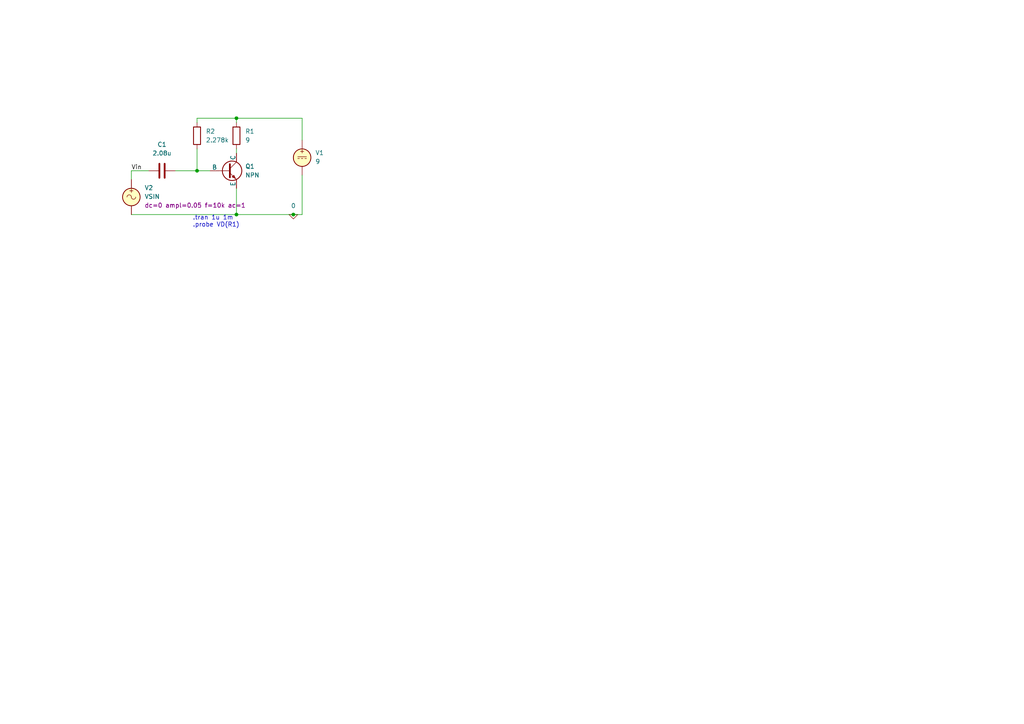
<source format=kicad_sch>
(kicad_sch (version 20231120) (generator "eeschema") (generator_version "8.0")
  (paper "A4")
  (lib_symbols
    (symbol "Device:C" (pin_numbers hide) (pin_names (offset 0.254))
      (property "Reference" "C" (at 0.635 2.54 0))
      (property "Value" "C" (at 0.635 -2.54 0))
      (symbol "C_0_1"
        (polyline (pts (xy -2.032 -0.762) (xy 2.032 -0.762)) (stroke (width 0.508)))
        (polyline (pts (xy -2.032 0.762) (xy 2.032 0.762)) (stroke (width 0.508)))
      )
      (symbol "C_1_1"
        (pin passive line (at 0 3.81 270) (length 2.794) (name "~") (number "1"))
        (pin passive line (at 0 -3.81 90) (length 2.794) (name "~") (number "2"))
      )
    )
    (symbol "Device:R" (pin_numbers hide) (pin_names (offset 0))
      (property "Reference" "R" (at 2.032 0 90))
      (property "Value" "R" (at 0 0 90))
      (symbol "R_0_1"
        (rectangle (start -1.016 -2.54) (end 1.016 2.54) (stroke (width 0.254)))
      )
      (symbol "R_1_1"
        (pin passive line (at 0 3.81 270) (length 1.27) (name "~") (number "1"))
        (pin passive line (at 0 -3.81 90) (length 1.27) (name "~") (number "2"))
      )
    )
    (symbol "Simulation_SPICE:0" (power) (pin_names (offset 0))
      (property "Value" "0" (at 0 -1.778 0))
      (symbol "0_0_1"
        (polyline (pts (xy -1.27 0) (xy 0 -1.27) (xy 1.27 0) (xy -1.27 0)))
      )
      (symbol "0_1_1"
        (pin power_in line (at 0 0 0) (length 0) hide (name "0") (number "1"))
      )
    )
    (symbol "Simulation_SPICE:NPN" (pin_numbers hide) (pin_names (offset 0))
      (property "Reference" "Q" (at -2.54 7.62 0))
      (property "Value" "NPN" (at -2.54 5.08 0))
      (symbol "NPN_0_1"
        (polyline (pts (xy -2.54 0) (xy 0.635 0)) (stroke (width 0.1524)))
        (polyline (pts (xy 0.635 0.635) (xy 2.54 2.54)))
        (polyline (pts (xy 2.794 -1.27) (xy 2.794 -1.27)) (stroke (width 0.1524)))
        (polyline (pts (xy 2.794 -1.27) (xy 2.794 -1.27)) (stroke (width 0.1524)))
        (polyline (pts (xy 0.635 -0.635) (xy 2.54 -2.54) (xy 2.54 -2.54)))
        (polyline (pts (xy 0.635 1.905) (xy 0.635 -1.905) (xy 0.635 -1.905)) (stroke (width 0.508)))
        (polyline (pts (xy 1.27 -1.778) (xy 1.778 -1.27) (xy 2.286 -2.286) (xy 1.27 -1.778) (xy 1.27 -1.778)) (fill (type outline)))
        (circle (center 1.27 0) (radius 2.8194) (stroke (width 0.254)))
      )
      (symbol "NPN_1_1"
        (pin open_collector line (at 2.54 5.08 270) (length 2.54) (name "C") (number "1"))
        (pin input line (at -5.08 0 0) (length 2.54) (name "B") (number "2"))
        (pin open_emitter line (at 2.54 -5.08 90) (length 2.54) (name "E") (number "3"))
      )
    )
    (symbol "Simulation_SPICE:VDC" (pin_numbers hide) (pin_names (offset 0.0254))
      (property "Reference" "V" (at 2.54 2.54 0))
      (property "Value" "1" (at 2.54 0 0))
      (symbol "VDC_0_0"
        (polyline (pts (xy -1.27 0.254) (xy 1.27 0.254)))
        (polyline (pts (xy -0.762 -0.254) (xy -1.27 -0.254)))
        (polyline (pts (xy 0.254 -0.254) (xy -0.254 -0.254)))
        (polyline (pts (xy 1.27 -0.254) (xy 0.762 -0.254)))
        (text "+" (at 0 1.905 0) (effects (font (size 1.27 1.27))))
      )
      (symbol "VDC_0_1"
        (circle (center 0 0) (radius 2.54) (stroke (width 0.254)) (fill (type background)))
      )
      (symbol "VDC_1_1"
        (pin passive line (at 0 5.08 270) (length 2.54) (name "~") (number "1"))
        (pin passive line (at 0 -5.08 90) (length 2.54) (name "~") (number "2"))
      )
    )
    (symbol "Simulation_SPICE:VSIN" (pin_numbers hide) (pin_names (offset 0.0254))
      (property "Reference" "V" (at 2.54 2.54 0))
      (property "Value" "VSIN" (at 2.54 0 0))
      (property "Sim.Params" "dc=0 ampl=1 f=1k ac=1" (at 2.54 -2.54 0))
      (symbol "VSIN_0_0"
        (arc (start 0 0) (mid -0.635 0.6323) (end -1.27 0))
        (arc (start 0 0) (mid 0.635 -0.6323) (end 1.27 0))
        (text "+" (at 0 1.905 0) (effects (font (size 1.27 1.27))))
      )
      (symbol "VSIN_0_1"
        (circle (center 0 0) (radius 2.54) (stroke (width 0.254)) (fill (type background)))
      )
      (symbol "VSIN_1_1"
        (pin passive line (at 0 5.08 270) (length 2.54) (name "~") (number "1"))
        (pin passive line (at 0 -5.08 90) (length 2.54) (name "~") (number "2"))
      )
    )
  )
  (junction (at 68.58 34.29))
  (junction (at 68.58 62.23))
  (junction (at 85.09 62.23))
  (junction (at 57.15 49.53))
  (wire (pts (xy 57.15 35.56) (xy 57.15 34.29)))
  (wire (pts (xy 68.58 43.18) (xy 68.58 44.45)))
  (wire (pts (xy 87.63 62.23) (xy 87.63 50.8)))
  (wire (pts (xy 57.15 34.29) (xy 68.58 34.29)))
  (wire (pts (xy 38.1 62.23) (xy 68.58 62.23)))
  (wire (pts (xy 68.58 62.23) (xy 68.58 54.61)))
  (wire (pts (xy 38.1 49.53) (xy 43.18 49.53)))
  (wire (pts (xy 68.58 34.29) (xy 87.63 34.29)))
  (wire (pts (xy 68.58 35.56) (xy 68.58 34.29)))
  (wire (pts (xy 57.15 43.18) (xy 57.15 49.53)))
  (wire (pts (xy 50.8 49.53) (xy 57.15 49.53)))
  (wire (pts (xy 87.63 34.29) (xy 87.63 40.64)))
  (wire (pts (xy 68.58 62.23) (xy 85.09 62.23)))
  (wire (pts (xy 38.1 52.07) (xy 38.1 49.53)))
  (wire (pts (xy 57.15 49.53) (xy 60.96 49.53)))
  (wire (pts (xy 85.09 62.23) (xy 87.63 62.23)))
  (text ".tran 1u 1m\n.probe VD(R1)" (at 55.88 66.04 0) (effects (font (size 1.27 1.27)) (justify left bottom)))
  (label "Vin" (at 38.1 49.53 0))
  (symbol (lib_id "Simulation_SPICE:VSIN") (at 38.1 57.15 0) (unit 1)
    (property "Reference" "V2" (at 41.91 54.4802 0) (effects (justify left)))
    (property "Value" "VSIN" (at 41.91 57.0202 0) (effects (justify left)))
    (property "Sim.Pins" "1=+ 2=-" (effects (hide yes)))
    (property "Sim.Params" "dc=0 ampl=0.05 f=10k ac=1" (at 41.91 59.5602 0) (effects (justify left)))
    (property "Sim.Type" "SIN" (effects (hide yes)))
    (property "Sim.Device" "V" (effects (hide yes)))
  )
  (symbol (lib_id "Simulation_SPICE:0") (at 85.09 62.23 0) (unit 1)
    (property "Reference" "#GND01" (effects (hide yes)))
    (property "Value" "0" (at 85.09 59.69 0))
  )
  (symbol (lib_id "Simulation_SPICE:NPN") (at 66.04 49.53 0) (unit 1)
    (property "Reference" "Q1" (at 71.12 48.26 0) (effects (justify left)))
    (property "Value" "NPN" (at 71.12 50.8 0) (effects (justify left)))
    (property "Sim.Device" "NPN" (effects (hide yes)))
    (property "Sim.Type" "GUMMELPOON" (effects (hide yes)))
    (property "Sim.Pins" "1=C 2=B 3=E" (effects (hide yes)))
  )
  (symbol (lib_id "Device:C") (at 46.99 49.53 90) (unit 1)
    (property "Reference" "C1" (at 46.99 41.91 90))
    (property "Value" "2.08u" (at 46.99 44.45 90))
    (property "Sim.Device" "C" (effects (hide yes)))
    (property "Sim.Pins" "1=+ 2=-" (effects (hide yes)))
  )
  (symbol (lib_id "Device:R") (at 57.15 39.37 0) (unit 1)
    (property "Reference" "R2" (at 59.69 38.1 0) (effects (justify left)))
    (property "Value" "2.278k" (at 59.69 40.64 0) (effects (justify left)))
    (property "Sim.Device" "R" (effects (hide yes)))
    (property "Sim.Pins" "1=+ 2=-" (effects (hide yes)))
  )
  (symbol (lib_id "Simulation_SPICE:VDC") (at 87.63 45.72 0) (unit 1)
    (property "Reference" "V1" (at 91.44 44.3202 0) (effects (justify left)))
    (property "Value" "9" (at 91.44 46.8602 0) (effects (justify left)))
    (property "Sim.Pins" "1=+ 2=-" (effects (hide yes)))
    (property "Sim.Type" "DC" (effects (hide yes)))
    (property "Sim.Device" "V" (effects (hide yes)))
  )
  (symbol (lib_id "Device:R") (at 68.58 39.37 0) (unit 1)
    (property "Reference" "R1" (at 71.12 38.1 0) (effects (justify left)))
    (property "Value" "9" (at 71.12 40.64 0) (effects (justify left)))
  )
)
</source>
